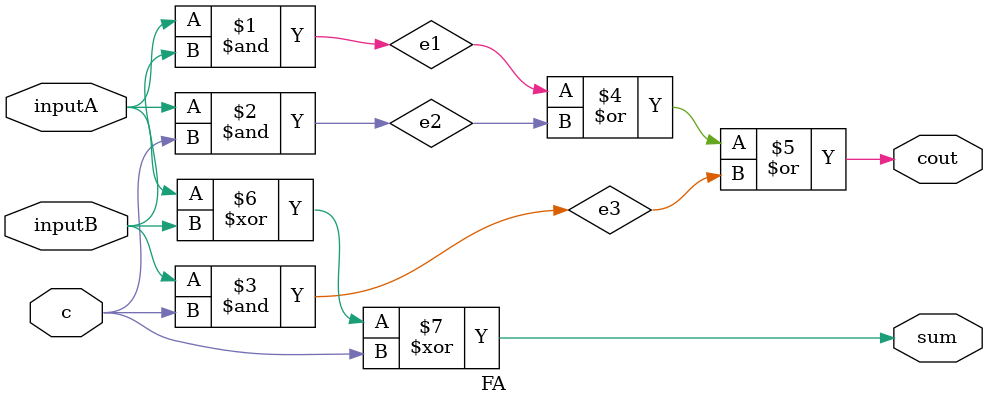
<source format=v>
`timescale 1ns/1ns
module FA( cout, sum, inputA, inputB, c ) ;
	input inputA, inputB, c ;
	output cout, sum ;
	
	wire e1, e2, e3 ;
	
	assign e1 = inputA & inputB ;
	assign e2 = inputA & c ;
	assign e3 = inputB & c ;
	assign cout = e1 | e2 | e3 ;
	assign sum = inputA ^ inputB ^ c ;
	
endmodule
</source>
